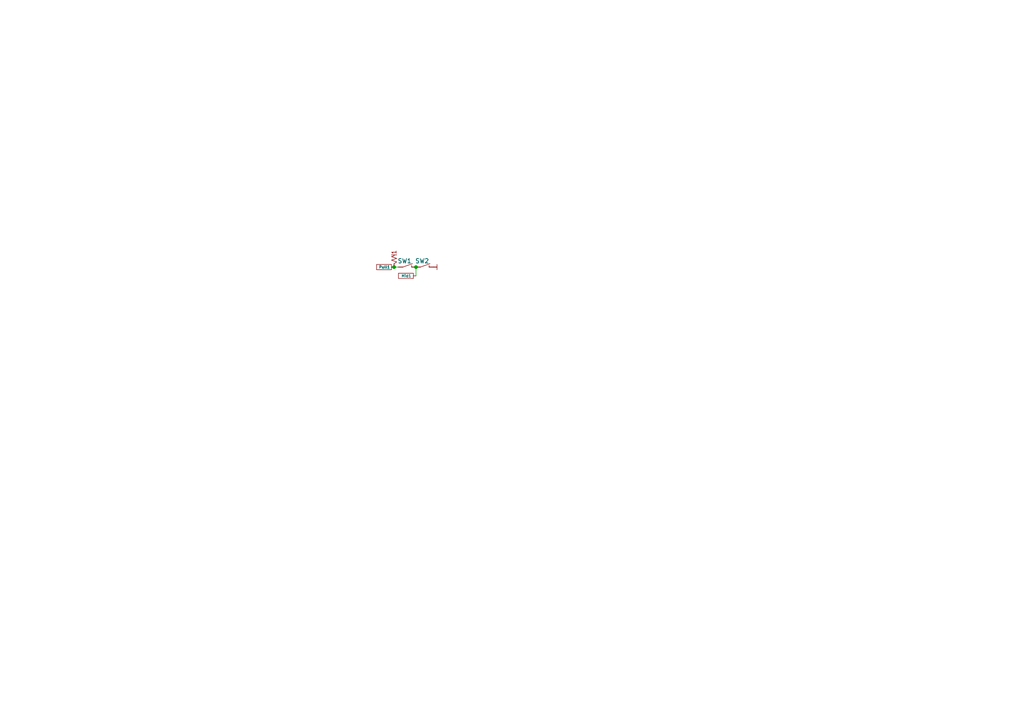
<source format=kicad_sch>
(kicad_sch (version 20230121) (generator eeschema)
  (paper "A4")
  (lib_symbols
    (symbol "Tests:InPin" (pin_numbers hide) (pin_names hide)
      (property "Reference" "InPin" (at 2.794 0 0))
      (symbol "InPin_0_1"
        (rectangle (start 0.762 0.762) (end 5.08 -0.762))
      )
      (symbol "InPin_1_1"
        (pin input line (at 0 0 0) (length 0.75) (name "In") (number "1"))
      )
    )
    (symbol "chip:GND" (power) (pin_numbers hide) (pin_names (offset 0) hide) (in_bom no) (on_board no)
      (property "Value" "GND" (at 0 0 0))
      (symbol "GND_0_1"
        (polyline (pts (xy -1.016 0.762) (xy -1.016 -0.762)))
      )
      (symbol "GND_1_1"
        (pin power_in line (at 0 0 180) (length 1) (name "gnd") (number "1"))
      )
    )
    (symbol "chip:PULLUP" (pin_numbers hide) (pin_names (offset 0) hide)
      (symbol "PULLUP_0_1"
        (polyline (pts (xy -3.54 0) (xy -3.54 -0.762)))
        (polyline (pts (xy -1 0) (xy -1.508 0.762) (xy -2.016 -0.762) (xy -2.524 0.762) (xy -3.032 -0.762) (xy -3.286 0) (xy -3.54 0) (xy -3.54 0.762)))
      )
      (symbol "PULLUP_1_1"
        (text "1" (at -4.318 0 0) (effects (font (size 1.27 1.27))))
        (pin tri_state line (at 0 0 180) (length 1) (name "OUT") (number "1"))
      )
    )
    (symbol "chip:SWITCH" (pin_numbers hide) (pin_names (offset 0) hide)
      (property "Reference" "SW" (at 1.778 1.778 0))
      (symbol "SWITCH_0_1"
        (polyline (pts (xy 1.27 0) (xy 1.27 0)))
        (polyline (pts (xy 1.27 0) (xy 4.064 1.016)))
        (polyline (pts (xy 3.81 0.508) (xy 3.81 0)))
      )
      (symbol "SWITCH_1_1"
        (pin passive line (at 0 0 0) (length 1.27) (name "IN1") (number "1"))
        (pin passive line (at 5.08 0 180) (length 1.27) (name "IN2") (number "2"))
      )
    )
  )
  (junction (at 120.65 77.47))
  (junction (at 114.3 77.47))
  (wire (pts (xy 120.65 77.47) (xy 120.65 80.01)))
  (wire (pts (xy 115.57 77.47) (xy 114.3 77.47)))
  (symbol (lib_id "chip:SWITCH") (at 115.57 77.47 0) (unit 1)
    (property "Reference" "SW1" (at 117.348 75.692 0))
    (property "Value" "SWITCH" (effects hide))
    (property "Footprint" "Button_Switch_THT:SW_CW_GPTS203211B" (effects hide))
  )
  (symbol (lib_id "chip:PULLUP") (at 114.3 77.47 270) (unit 1)
    (property "Reference" "pullup1" (effects hide))
    (property "Value" "pull_up" (effects hide))
  )
  (symbol (lib_id "chip:SWITCH") (at 120.65 77.47 0) (unit 1)
    (property "Reference" "SW2" (at 122.428 75.692 0))
    (property "Value" "SWITCH" (effects hide))
    (property "Footprint" "Button_Switch_THT:SW_CW_GPTS203211B" (effects hide))
  )
  (symbol (lib_id "Tests:InPin") (at 120.65 80.01 180) (unit 1)
    (property "Reference" "Mid1" (at 117.856 80.01 0) (effects (font (size 0.8 0.8))))
    (property "Value" "InPin" (effects hide))
  )
  (symbol (lib_id "Tests:InPin") (at 114.3 77.47 180) (unit 1)
    (property "Reference" "Pull1" (at 111.506 77.47 0) (effects (font (size 0.8 0.8))))
    (property "Value" "InPin" (effects hide))
  )
  (symbol (lib_id "chip:GND") (at 125.73 77.47 180) (unit 1) (in_bom no) (on_board no)
    (property "Reference" "#GND01" (effects hide))
    (property "Value" "GND" (at 125.73 77.47 0) (effects (font (size 0 0))))
  )
)
</source>
